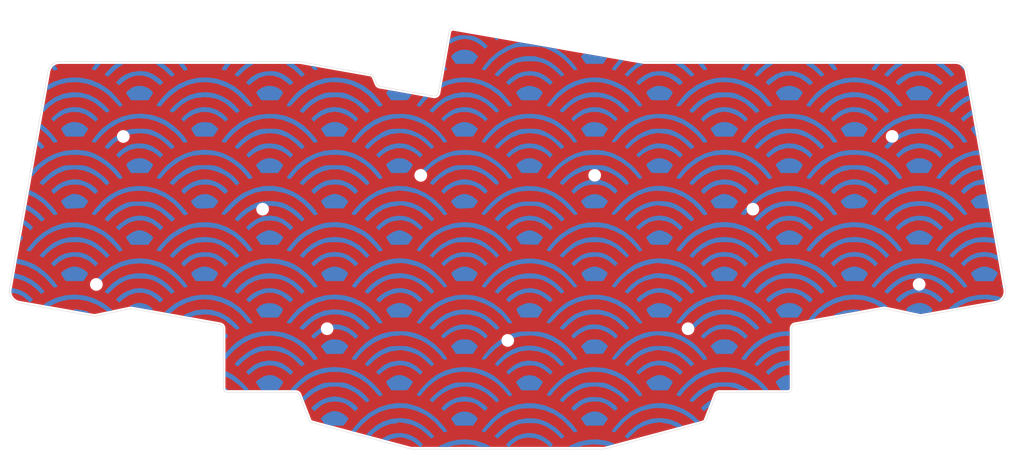
<source format=kicad_pcb>
(kicad_pcb (version 20171130) (host pcbnew "(5.1.9-0-10_14)")
  (title_block (title "REVIUNG41 TOP PLATE") (date 2019-12-13) (rev 1.1))
  (layers (0 F.Cu signal) (31 B.Cu signal) (34 B.Paste user) (35 F.Paste user) (36 B.SilkS user) (37 F.SilkS user) (38 B.Mask user) (39 F.Mask user) (44 Edge.Cuts user))
  (net 0 "")
  (net 1 GND)
  (module MountingHole:MountingHole_2.2mm_M2 (layer F.Cu) (at 144.8 118.86)
    (fp_text reference H7 hide)
    (fp_text value MountingHole_2.2mm_M2 hide)
    (pad 1 np_thru_hole circle (at 0 0) (size 2.2 2.2) (drill 2.2) (layers *.Cu *.Mask))
  )
  (module MountingHole:MountingHole_2.2mm_M2 (layer F.Cu) (at 249.4 104.61)
    (fp_text reference H10 hide)
    (fp_text value MountingHole_2.2mm_M2 hide)
    (pad 1 np_thru_hole circle (at 0 0) (size 2.2 2.2) (drill 2.2) (layers *.Cu *.Mask))
  )
  (module MountingHole:MountingHole_2.2mm_M2 (layer F.Cu) (at 242.54 66.94)
    (fp_text reference H9 hide)
    (fp_text value MountingHole_2.2mm_M2 hide)
    (pad 1 np_thru_hole circle (at 0 0) (size 2.2 2.2) (drill 2.2) (layers *.Cu *.Mask))
  )
  (module MountingHole:MountingHole_2.2mm_M2 (layer F.Cu) (at 207.12 85.45)
    (fp_text reference H8 hide)
    (fp_text value MountingHole_2.2mm_M2 hide)
    (pad 1 np_thru_hole circle (at 0 0) (size 2.2 2.2) (drill 2.2) (layers *.Cu *.Mask))
  )
  (module MountingHole:MountingHole_2.2mm_M2 (layer F.Cu) (at 190.65 115.89)
    (fp_text reference H7 hide)
    (fp_text value MountingHole_2.2mm_M2 hide)
    (pad 1 np_thru_hole circle (at 0 0) (size 2.2 2.2) (drill 2.2) (layers *.Cu *.Mask))
  )
  (module MountingHole:MountingHole_2.2mm_M2 (layer F.Cu) (at 166.91 76.84)
    (fp_text reference H6 hide)
    (fp_text value MountingHole_2.2mm_M2 hide)
    (pad 1 np_thru_hole circle (at 0 0) (size 2.2 2.2) (drill 2.2) (layers *.Cu *.Mask))
  )
  (module MountingHole:MountingHole_2.2mm_M2 (layer F.Cu) (at 98.88 115.88)
    (fp_text reference H5 hide)
    (fp_text value MountingHole_2.2mm_M2 hide)
    (pad 1 np_thru_hole circle (at 0 0) (size 2.2 2.2) (drill 2.2) (layers *.Cu *.Mask))
  )
  (module MountingHole:MountingHole_2.2mm_M2 (layer F.Cu) (at 122.69 76.85)
    (fp_text reference H4 hide)
    (fp_text value MountingHole_2.2mm_M2 hide)
    (pad 1 np_thru_hole circle (at 0 0) (size 2.2 2.2) (drill 2.2) (layers *.Cu *.Mask))
  )
  (module MountingHole:MountingHole_2.2mm_M2 (layer F.Cu) (at 82.48 85.45)
    (fp_text reference H3 hide)
    (fp_text value MountingHole_2.2mm_M2 hide)
    (pad 1 np_thru_hole circle (at 0 0) (size 2.2 2.2) (drill 2.2) (layers *.Cu *.Mask))
  )
  (module MountingHole:MountingHole_2.2mm_M2 (layer F.Cu) (at 40.2 104.61)
    (fp_text reference H2 hide)
    (fp_text value MountingHole_2.2mm_M2 hide)
    (pad 1 np_thru_hole circle (at 0 0) (size 2.2 2.2) (drill 2.2) (layers *.Cu *.Mask))
  )
  (module MountingHole:MountingHole_2.2mm_M2 (layer F.Cu) (at 47.05 66.95)
    (fp_text reference H11 hide)
    (fp_text value MountingHole_2.2mm_M2 hide)
    (pad 1 np_thru_hole circle (at 0 0) (size 2.2 2.2) (drill 2.2) (layers *.Cu *.Mask))
  )
  (gr_curve (pts (xy 179.371694 47.923341) (xy 179.380939 47.929486) (xy 131.029476 39.472724) (xy 131.029476 39.472724)) (layer Edge.Cuts) (width 0.1))
  (gr_curve (pts (xy 131.029476 39.472724) (xy 130.485559 39.376813) (xy 129.966881 39.74001) (xy 129.870999 40.283933)) (layer Edge.Cuts) (width 0.1))
  (gr_curve (pts (xy 129.870999 40.283933) (xy 129.870999 40.283933) (xy 127.131726 55.823325) (xy 127.131726 55.823325)) (layer Edge.Cuts) (width 0.1))
  (gr_curve (pts (xy 127.131726 55.823325) (xy 127.035723 56.36793) (xy 126.515927 56.731221) (xy 125.971498 56.634217)) (layer Edge.Cuts) (width 0.1))
  (gr_curve (pts (xy 125.971498 56.634217) (xy 125.971498 56.634217) (xy 112.269033 54.192789) (xy 112.269033 54.192789)) (layer Edge.Cuts) (width 0.1))
  (gr_curve (pts (xy 120.183041 146.52415) (xy 120.183041 146.52415) (xy 169.369719 146.52415) (xy 169.369719 146.52415)) (layer Edge.Cuts) (width 0.1))
  (gr_curve (pts (xy 94.996716 139.792835) (xy 94.996716 139.792835) (xy 120.183041 146.52415) (xy 120.183041 146.52415)) (layer Edge.Cuts) (width 0.1))
  (gr_curve (pts (xy 240.964361 110.858216) (xy 240.964361 110.858216) (xy 249.381476 112.643445) (xy 249.381476 112.643445)) (layer Edge.Cuts) (width 0.1))
  (gr_curve (pts (xy 217.867113 114.831553) (xy 217.867113 114.831553) (xy 240.197984 110.845811) (xy 240.197984 110.845811)) (layer Edge.Cuts) (width 0.1))
  (gr_curve (pts (xy 217.042822 115.815995) (xy 217.042822 115.331492) (xy 217.390147 114.916685) (xy 217.867113 114.831553)) (layer Edge.Cuts) (width 0.1))
  (gr_curve (pts (xy 194.509469 139.793111) (xy 194.817728 139.710576) (xy 195.068086 139.485874) (xy 195.183338 139.188295)) (layer Edge.Cuts) (width 0.1))
  (gr_curve (pts (xy 195.183338 139.188295) (xy 195.183338 139.188295) (xy 197.690355 132.715247) (xy 197.690355 132.715247)) (layer Edge.Cuts) (width 0.1))
  (gr_curve (pts (xy 198.622859 132.076407) (xy 198.622859 132.076407) (xy 216.042822 132.076407) (xy 216.042822 132.076407)) (layer Edge.Cuts) (width 0.1))
  (gr_curve (pts (xy 217.042822 131.076407) (xy 217.042822 131.076407) (xy 217.042822 115.815995) (xy 217.042822 115.815995)) (layer Edge.Cuts) (width 0.1))
  (gr_curve (pts (xy 216.042822 132.076407) (xy 216.595107 132.076407) (xy 217.042822 131.628691) (xy 217.042822 131.076407)) (layer Edge.Cuts) (width 0.1))
  (gr_curve (pts (xy 250.143428 112.656636) (xy 250.143428 112.656636) (xy 268.932802 109.346551) (xy 268.932802 109.346551)) (layer Edge.Cuts) (width 0.1))
  (gr_curve (pts (xy 240.197984 110.845811) (xy 240.451854 110.800498) (xy 240.712091 110.804711) (xy 240.964361 110.858216)) (layer Edge.Cuts) (width 0.1))
  (gr_curve (pts (xy 249.381476 112.643445) (xy 249.632267 112.696637) (xy 249.890946 112.701115) (xy 250.143428 112.656636)) (layer Edge.Cuts) (width 0.1))
  (gr_curve (pts (xy 268.932802 109.346551) (xy 270.564721 109.059059) (xy 271.654493 107.502939) (xy 271.366731 105.871068)) (layer Edge.Cuts) (width 0.1))
  (gr_curve (pts (xy 197.690355 132.715247) (xy 197.839484 132.3302) (xy 198.209941 132.076407) (xy 198.622859 132.076407)) (layer Edge.Cuts) (width 0.1))
  (gr_curve (pts (xy 30.881925 47.923218) (xy 29.426606 47.923215) (xy 28.181183 48.967718) (xy 27.927756 50.400802)) (layer Edge.Cuts) (width 0.1))
  (gr_curve (pts (xy 91.991651 47.923341) (xy 91.991651 47.923341) (xy 30.881925 47.923218) (xy 30.881925 47.923218)) (layer Edge.Cuts) (width 0.1))
  (gr_curve (pts (xy 271.366731 105.871068) (xy 271.366731 105.871068) (xy 261.585432 50.402362) (xy 261.585432 50.402362)) (layer Edge.Cuts) (width 0.1))
  (gr_curve (pts (xy 109.978429 51.126636) (xy 109.978429 51.126636) (xy 91.991651 47.923341) (xy 91.991651 47.923341)) (layer Edge.Cuts) (width 0.1))
  (gr_curve (pts (xy 110.720976 51.714286) (xy 110.587769 51.406198) (xy 110.308882 51.185487) (xy 109.978429 51.126636)) (layer Edge.Cuts) (width 0.1))
  (gr_curve (pts (xy 111.547006 53.624783) (xy 111.547006 53.624783) (xy 110.720976 51.714286) (xy 110.720976 51.714286)) (layer Edge.Cuts) (width 0.1))
  (gr_curve (pts (xy 112.269033 54.192789) (xy 111.959963 54.154245) (xy 111.680423 53.933358) (xy 111.547006 53.624783)) (layer Edge.Cuts) (width 0.1))
  (gr_curve (pts (xy 261.585432 50.402362) (xy 261.332606 48.968615) (xy 260.086882 47.923341) (xy 258.631014 47.923341)) (layer Edge.Cuts) (width 0.1))
  (gr_curve (pts (xy 258.631014 47.923341) (xy 258.631014 47.923341) (xy 179.371694 47.923341) (xy 179.371694 47.923341)) (layer Edge.Cuts) (width 0.1))
  (gr_curve (pts (xy 39.360873 112.656929) (xy 39.612492 112.701217) (xy 39.870268 112.696885) (xy 40.120257 112.644167)) (layer Edge.Cuts) (width 0.1))
  (gr_curve (pts (xy 73.474974 132.076407) (xy 73.474974 132.076407) (xy 90.877171 132.076407) (xy 90.877171 132.076407)) (layer Edge.Cuts) (width 0.1))
  (gr_curve (pts (xy 169.369719 146.52415) (xy 169.369719 146.52415) (xy 194.509469 139.793111) (xy 194.509469 139.793111)) (layer Edge.Cuts) (width 0.1))
  (gr_curve (pts (xy 71.651178 114.84079) (xy 72.127914 114.926128) (xy 72.474974 115.34083) (xy 72.474974 115.825144)) (layer Edge.Cuts) (width 0.1))
  (gr_curve (pts (xy 27.927756 50.400802) (xy 27.927756 50.400802) (xy 18.118649 105.869443) (xy 18.118649 105.869443)) (layer Edge.Cuts) (width 0.1))
  (gr_curve (pts (xy 90.877171 132.076407) (xy 91.289801 132.076407) (xy 91.660061 132.329851) (xy 91.80939 132.714512)) (layer Edge.Cuts) (width 0.1))
  (gr_curve (pts (xy 72.474974 131.076407) (xy 72.474974 131.628691) (xy 72.922689 132.076407) (xy 73.474974 132.076407)) (layer Edge.Cuts) (width 0.1))
  (gr_curve (pts (xy 40.120257 112.644167) (xy 40.120257 112.644167) (xy 48.581343 110.859881) (xy 48.581343 110.859881)) (layer Edge.Cuts) (width 0.1))
  (gr_curve (pts (xy 94.322695 139.188637) (xy 94.438139 139.486014) (xy 94.688533 139.71047) (xy 94.996716 139.792835)) (layer Edge.Cuts) (width 0.1))
  (gr_curve (pts (xy 20.552765 109.34644) (xy 20.552765 109.34644) (xy 39.360873 112.656929) (xy 39.360873 112.656929)) (layer Edge.Cuts) (width 0.1))
  (gr_curve (pts (xy 91.80939 132.714512) (xy 91.80939 132.714512) (xy 94.322695 139.188637) (xy 94.322695 139.188637)) (layer Edge.Cuts) (width 0.1))
  (gr_curve (pts (xy 72.474974 115.825144) (xy 72.474974 115.825144) (xy 72.474974 131.076407) (xy 72.474974 131.076407)) (layer Edge.Cuts) (width 0.1))
  (gr_curve (pts (xy 48.581343 110.859881) (xy 48.833241 110.806761) (xy 49.093027 110.802772) (xy 49.346437 110.848133)) (layer Edge.Cuts) (width 0.1))
  (gr_curve (pts (xy 49.346437 110.848133) (xy 49.346437 110.848133) (xy 71.651178 114.84079) (xy 71.651178 114.84079)) (layer Edge.Cuts) (width 0.1))
  (gr_curve (pts (xy 18.118649 105.869443) (xy 17.829964 107.501907) (xy 18.92007 109.059063) (xy 20.552765 109.34644)) (layer Edge.Cuts) (width 0.1))
  (zone (net 0) (net_name "") (layer F.Cu) (connect_pads (clearance 0.508)) (min_thickness 0.254) (fill yes (arc_segments 32) (thermal_gap 0.508) (thermal_bridge_width 0.508))
    (polygon (pts (xy 276.06 38.57) (xy 274.79 149.06) (xy 15.71 152.87) (xy 18.25 36.03)))
  )
  (zone (net 0) (net_name "") (layer B.Cu) (connect_pads (clearance 0.508)) (min_thickness 0.254) (fill yes (arc_segments 32) (thermal_gap 0.508) (thermal_bridge_width 0.508))
    (polygon (pts (xy 274.79 36.03) (xy 276.06 149.06) (xy 15.71 150.33) (xy 18.25 32.22)))
  )
)
</source>
